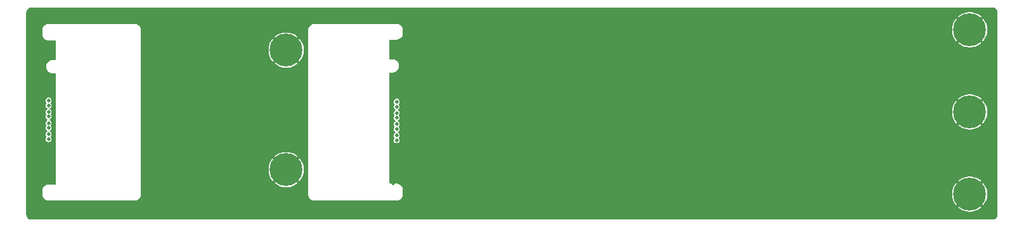
<source format=gbr>
%TF.GenerationSoftware,KiCad,Pcbnew,9.0.0*%
%TF.CreationDate,2025-04-28T22:47:42-04:00*%
%TF.ProjectId,Interposer_Board_Test_Fixture,496e7465-7270-46f7-9365-725f426f6172,rev?*%
%TF.SameCoordinates,Original*%
%TF.FileFunction,Copper,L3,Inr*%
%TF.FilePolarity,Positive*%
%FSLAX46Y46*%
G04 Gerber Fmt 4.6, Leading zero omitted, Abs format (unit mm)*
G04 Created by KiCad (PCBNEW 9.0.0) date 2025-04-28 22:47:42*
%MOMM*%
%LPD*%
G01*
G04 APERTURE LIST*
%TA.AperFunction,ComponentPad*%
%ADD10C,0.700000*%
%TD*%
%TA.AperFunction,ComponentPad*%
%ADD11C,4.400000*%
%TD*%
%TA.AperFunction,ViaPad*%
%ADD12C,0.508000*%
%TD*%
G04 APERTURE END LIST*
D10*
%TO.N,GND*%
%TO.C,H3*%
X194026100Y-94978600D03*
X194509374Y-93811874D03*
X194509374Y-96145326D03*
X195676100Y-93328600D03*
D11*
X195676100Y-94978600D03*
D10*
X195676100Y-96628600D03*
X196842826Y-93811874D03*
X196842826Y-96145326D03*
X197326100Y-94978600D03*
%TD*%
%TO.N,GND*%
%TO.C,H2*%
X102751100Y-97703600D03*
X103234374Y-96536874D03*
X103234374Y-98870326D03*
X104401100Y-96053600D03*
D11*
X104401100Y-97703600D03*
D10*
X104401100Y-99353600D03*
X105567826Y-96536874D03*
X105567826Y-98870326D03*
X106051100Y-97703600D03*
%TD*%
%TO.N,GND*%
%TO.C,H4*%
X194026100Y-116978600D03*
X194509374Y-115811874D03*
X194509374Y-118145326D03*
X195676100Y-115328600D03*
D11*
X195676100Y-116978600D03*
D10*
X195676100Y-118628600D03*
X196842826Y-115811874D03*
X196842826Y-118145326D03*
X197326100Y-116978600D03*
%TD*%
%TO.N,GND*%
%TO.C,H1*%
X194026100Y-105978600D03*
X194509374Y-104811874D03*
X194509374Y-107145326D03*
X195676100Y-104328600D03*
D11*
X195676100Y-105978600D03*
D10*
X195676100Y-107628600D03*
X196842826Y-104811874D03*
X196842826Y-107145326D03*
X197326100Y-105978600D03*
%TD*%
%TO.N,GND*%
%TO.C,H5*%
X102751100Y-113703600D03*
X103234374Y-112536874D03*
X103234374Y-114870326D03*
X104401100Y-112053600D03*
D11*
X104401100Y-113703600D03*
D10*
X104401100Y-115353600D03*
X105567826Y-112536874D03*
X105567826Y-114870326D03*
X106051100Y-113703600D03*
%TD*%
D12*
%TO.N,GND*%
X139901100Y-109203600D03*
X102401100Y-111703600D03*
X118663600Y-97678600D03*
X137901100Y-103203600D03*
X88401100Y-97703600D03*
X197901100Y-111203600D03*
X100401100Y-113703600D03*
X191901100Y-117203600D03*
X73176100Y-108528601D03*
X135901100Y-117203600D03*
X141901100Y-111203600D03*
X98401100Y-95703600D03*
X193901100Y-99203600D03*
X179901100Y-93203600D03*
X133901100Y-95203600D03*
X167901100Y-97203600D03*
X106401100Y-111703600D03*
X139901100Y-101203600D03*
X104401100Y-105703600D03*
X159901100Y-101203600D03*
X133901100Y-103203600D03*
X169901100Y-119203600D03*
X123901100Y-93203600D03*
X165901100Y-119203600D03*
X189901100Y-111203600D03*
X135901100Y-113203600D03*
X133901100Y-107203600D03*
X197901100Y-103203600D03*
X100401100Y-101703600D03*
X92401100Y-109703600D03*
X135901100Y-97203600D03*
X133901100Y-119203600D03*
X157901100Y-119203600D03*
X155901100Y-105203600D03*
X157901100Y-95203600D03*
X141901100Y-107203600D03*
X189901100Y-95203600D03*
X183901100Y-97203600D03*
X151901100Y-97203600D03*
X185901100Y-107203600D03*
X94401100Y-115703600D03*
X123901100Y-109203600D03*
X118663600Y-111678599D03*
X169901100Y-95203600D03*
X187901100Y-109203600D03*
X157901100Y-99203600D03*
X175901100Y-105203600D03*
X123901100Y-105203600D03*
X102401100Y-107703600D03*
X137901100Y-115203600D03*
X153901100Y-111203600D03*
X157901100Y-103203600D03*
X86401100Y-103703600D03*
X143901100Y-109203600D03*
X73176100Y-101028600D03*
X169901100Y-103203600D03*
X167901100Y-109203600D03*
X159901100Y-97203600D03*
X118663600Y-96678601D03*
X96401100Y-105703600D03*
X129901100Y-111203600D03*
X173901100Y-115203600D03*
X177901100Y-111203600D03*
X127901100Y-97203600D03*
X127901100Y-93203600D03*
X102401100Y-95703600D03*
X129901100Y-115203600D03*
X175901100Y-97203600D03*
X131901100Y-101203600D03*
X163901100Y-101203600D03*
X131901100Y-109203600D03*
X131901100Y-113203600D03*
X151901100Y-113203600D03*
X118663600Y-107178598D03*
X143901100Y-101203600D03*
X159901100Y-105203600D03*
X137901100Y-119203600D03*
X191901100Y-105203600D03*
X187901100Y-113203600D03*
X195901100Y-113203600D03*
X171901100Y-109203600D03*
X129901100Y-99203600D03*
X129901100Y-119203600D03*
X145901100Y-111203600D03*
X141901100Y-115203600D03*
X125901100Y-103203600D03*
X139901100Y-97203600D03*
X106401100Y-115703600D03*
X106401100Y-103703600D03*
X102401100Y-115703600D03*
X73176100Y-115353600D03*
X118663600Y-110178599D03*
X163901100Y-113203600D03*
X183901100Y-105203600D03*
X73176100Y-102528600D03*
X94401100Y-111703600D03*
X96401100Y-109703600D03*
X96401100Y-101703600D03*
X157901100Y-115203600D03*
X169901100Y-107203600D03*
X163901100Y-109203600D03*
X175901100Y-113203600D03*
X147901100Y-101203600D03*
X123901100Y-97203600D03*
X145901100Y-103203600D03*
X94401100Y-99703600D03*
X151901100Y-105203600D03*
X73176100Y-107028599D03*
X127901100Y-105203600D03*
X185901100Y-95203600D03*
X183901100Y-101203600D03*
X185901100Y-103203600D03*
X100401100Y-97703600D03*
X92401100Y-105703600D03*
X90401100Y-111703600D03*
X169901100Y-111203600D03*
X149901100Y-107203600D03*
X96401100Y-113703600D03*
X155901100Y-101203600D03*
X118663600Y-108678600D03*
X86401100Y-99703600D03*
X189901100Y-119203600D03*
X157901100Y-111203600D03*
X106401100Y-107703600D03*
X143901100Y-93203600D03*
X143901100Y-105203600D03*
X139901100Y-113203600D03*
X86401100Y-115703600D03*
X131901100Y-117203600D03*
X179901100Y-117203600D03*
X88401100Y-109703600D03*
X147901100Y-113203600D03*
X191901100Y-101203600D03*
X181901100Y-99203600D03*
X118663600Y-114678599D03*
X165901100Y-111203600D03*
X173901100Y-103203600D03*
X104401100Y-109703600D03*
X133901100Y-115203600D03*
X98401100Y-107703600D03*
X119001100Y-102678600D03*
X125901100Y-119203600D03*
X141901100Y-95203600D03*
X183901100Y-109203600D03*
X161901100Y-119203600D03*
X141901100Y-99203600D03*
X129901100Y-103203600D03*
X102401100Y-99703600D03*
X155901100Y-93203600D03*
X135901100Y-93203600D03*
X73176100Y-97028601D03*
X173901100Y-107203600D03*
X127901100Y-101203600D03*
X118663600Y-101178599D03*
X135901100Y-101203600D03*
X159901100Y-113203600D03*
X98401100Y-103703600D03*
X100401100Y-109703600D03*
X177901100Y-103203600D03*
X183901100Y-113203600D03*
X179901100Y-97203600D03*
X183901100Y-117203600D03*
X173901100Y-119203600D03*
X129901100Y-95203600D03*
X149901100Y-119203600D03*
X169901100Y-99203600D03*
X118663600Y-104178599D03*
X88401100Y-101703600D03*
X149901100Y-115203600D03*
X90401100Y-115703600D03*
X189901100Y-103203600D03*
X73176100Y-98028600D03*
X177901100Y-107203600D03*
X141901100Y-119203600D03*
X197901100Y-99203600D03*
X175901100Y-117203600D03*
X73176100Y-110028600D03*
X161901100Y-107203600D03*
X167901100Y-101203600D03*
X135901100Y-105203600D03*
X185901100Y-99203600D03*
X191901100Y-93203600D03*
X125901100Y-111203600D03*
X73176100Y-114528600D03*
X169901100Y-115203600D03*
X163901100Y-105203600D03*
X179901100Y-113203600D03*
X189901100Y-115203600D03*
X161901100Y-115203600D03*
X155901100Y-117203600D03*
X131901100Y-93203600D03*
X179901100Y-109203600D03*
X102401100Y-103703600D03*
X187901100Y-117203600D03*
X185901100Y-115203600D03*
X133901100Y-99203600D03*
X165901100Y-103203600D03*
X153901100Y-115203600D03*
X73176100Y-111528600D03*
X181901100Y-103203600D03*
X187901100Y-97203600D03*
X153901100Y-103203600D03*
X179901100Y-105203600D03*
X151901100Y-117203600D03*
X171901100Y-113203600D03*
X165901100Y-95203600D03*
X163901100Y-117203600D03*
X171901100Y-93203600D03*
X195901100Y-101203600D03*
X127901100Y-117203600D03*
X137901100Y-99203600D03*
X151901100Y-109203600D03*
X123901100Y-113203600D03*
X191901100Y-113203600D03*
X86401100Y-107703600D03*
X145901100Y-95203600D03*
X92401100Y-101703600D03*
X167901100Y-105203600D03*
X177901100Y-119203600D03*
X137901100Y-111203600D03*
X147901100Y-93203600D03*
X125901100Y-107203600D03*
X143901100Y-117203600D03*
X161901100Y-95203600D03*
X137901100Y-95203600D03*
X92401100Y-113703600D03*
X181901100Y-107203600D03*
X135901100Y-109203600D03*
X94401100Y-107703600D03*
X163901100Y-97203600D03*
X149901100Y-95203600D03*
X191901100Y-109203600D03*
X145901100Y-99203600D03*
X173901100Y-99203600D03*
X175901100Y-101203600D03*
X177901100Y-99203600D03*
X131901100Y-105203600D03*
X86401100Y-95703600D03*
X155901100Y-97203600D03*
X147901100Y-97203600D03*
X179901100Y-101203600D03*
X139901100Y-117203600D03*
X167901100Y-117203600D03*
X104401100Y-101703600D03*
X175901100Y-93203600D03*
X143901100Y-113203600D03*
X187901100Y-93203600D03*
X139901100Y-93203600D03*
X118663600Y-115503599D03*
X159901100Y-109203600D03*
X151901100Y-93203600D03*
X125901100Y-95203600D03*
X171901100Y-105203600D03*
X167901100Y-113203600D03*
X151901100Y-101203600D03*
X161901100Y-103203600D03*
X153901100Y-119203600D03*
X137901100Y-107203600D03*
X155901100Y-113203600D03*
X153901100Y-107203600D03*
X90401100Y-99703600D03*
X73176100Y-105528600D03*
X177901100Y-95203600D03*
X175901100Y-109203600D03*
X139901100Y-105203600D03*
X73176100Y-113028600D03*
X163901100Y-93203600D03*
X145901100Y-115203600D03*
X161901100Y-99203600D03*
X189901100Y-99203600D03*
X98401100Y-115703600D03*
X143901100Y-97203600D03*
X187901100Y-105203600D03*
X181901100Y-115203600D03*
X191901100Y-97203600D03*
X131901100Y-97203600D03*
X96401100Y-97703600D03*
X149901100Y-103203600D03*
X185901100Y-119203600D03*
X145901100Y-119203600D03*
X147901100Y-109203600D03*
X189901100Y-107203600D03*
X165901100Y-115203600D03*
X147901100Y-117203600D03*
X185901100Y-111203600D03*
X98401100Y-111703600D03*
X141901100Y-103203600D03*
X147901100Y-105203600D03*
X149901100Y-111203600D03*
X127901100Y-113203600D03*
X195901100Y-109203600D03*
X98401100Y-99703600D03*
X187901100Y-101203600D03*
X167901100Y-93203600D03*
X129901100Y-107203600D03*
X125901100Y-115203600D03*
X125901100Y-99203600D03*
X155901100Y-109203600D03*
X73176100Y-104028600D03*
X157901100Y-107203600D03*
X86401100Y-111703600D03*
X88401100Y-113703600D03*
X94401100Y-103703600D03*
X90401100Y-107703600D03*
X173901100Y-111203600D03*
X118663600Y-113178599D03*
X92401100Y-97703600D03*
X153901100Y-99203600D03*
X159901100Y-117203600D03*
X181901100Y-111203600D03*
X161901100Y-111203600D03*
X193901100Y-111203600D03*
X88401100Y-105703600D03*
X165901100Y-107203600D03*
X100401100Y-105703600D03*
X159901100Y-93203600D03*
X153901100Y-95203600D03*
X183901100Y-93203600D03*
X145901100Y-107203600D03*
X165901100Y-99203600D03*
X94401100Y-95703600D03*
X127901100Y-109203600D03*
X173901100Y-95203600D03*
X118663600Y-105678599D03*
X149901100Y-99203600D03*
X90401100Y-103703600D03*
X181901100Y-119203600D03*
X171901100Y-117203600D03*
X171901100Y-97203600D03*
X106401100Y-95703600D03*
X123901100Y-101203600D03*
X133901100Y-111203600D03*
X90401100Y-95703600D03*
X123901100Y-117203600D03*
X193901100Y-103203600D03*
X171901100Y-101203600D03*
X181901100Y-95203600D03*
X106401100Y-99703600D03*
X177901100Y-115203600D03*
%TO.N,/RX1_P*%
X119163600Y-106104748D03*
X72676100Y-105954749D03*
%TO.N,/RX2_P*%
X72676100Y-108954750D03*
X119163600Y-109104749D03*
%TO.N,/TX0_P*%
X72676100Y-104454750D03*
X119163600Y-104604749D03*
%TO.N,/TX1_N*%
X119163600Y-108252450D03*
X72676100Y-108102451D03*
%TO.N,/TX0_N*%
X119163600Y-105252449D03*
X72676100Y-105102450D03*
%TO.N,/TX1_P*%
X72676100Y-107454751D03*
X119163600Y-107604750D03*
%TO.N,/RX1_N*%
X72676100Y-106602449D03*
X119163600Y-106752448D03*
%TO.N,/RX2_N*%
X72676100Y-109602450D03*
X119163600Y-109752449D03*
%TD*%
%TA.AperFunction,Conductor*%
%TO.N,GND*%
G36*
X198704775Y-91979462D02*
G01*
X198830197Y-91991815D01*
X198844653Y-91994690D01*
X198961701Y-92030196D01*
X198975311Y-92035833D01*
X199083200Y-92093501D01*
X199095439Y-92101679D01*
X199189999Y-92179283D01*
X199200416Y-92189700D01*
X199278018Y-92284258D01*
X199286199Y-92296501D01*
X199343863Y-92404383D01*
X199349503Y-92417999D01*
X199385008Y-92535045D01*
X199387884Y-92549502D01*
X199400238Y-92674923D01*
X199400600Y-92682295D01*
X199400600Y-119699904D01*
X199400238Y-119707275D01*
X199400238Y-119707276D01*
X199387884Y-119832697D01*
X199385008Y-119847154D01*
X199349503Y-119964200D01*
X199343861Y-119977820D01*
X199286202Y-120085693D01*
X199278014Y-120097947D01*
X199200419Y-120192496D01*
X199189996Y-120202919D01*
X199095447Y-120280514D01*
X199083193Y-120288702D01*
X198978277Y-120344781D01*
X198975320Y-120346362D01*
X198961700Y-120352003D01*
X198844654Y-120387508D01*
X198830197Y-120390384D01*
X198713782Y-120401850D01*
X198704774Y-120402738D01*
X198697404Y-120403100D01*
X70404796Y-120403100D01*
X70397425Y-120402738D01*
X70272003Y-120390384D01*
X70257545Y-120387508D01*
X70140499Y-120352003D01*
X70126883Y-120346363D01*
X70019001Y-120288699D01*
X70006758Y-120280518D01*
X69912200Y-120202916D01*
X69901783Y-120192499D01*
X69824179Y-120097939D01*
X69816001Y-120085700D01*
X69758333Y-119977811D01*
X69752696Y-119964200D01*
X69717191Y-119847154D01*
X69714315Y-119832696D01*
X69701962Y-119707275D01*
X69701600Y-119699904D01*
X69701600Y-116997452D01*
X71875599Y-116997452D01*
X71875599Y-117107443D01*
X71901208Y-117236184D01*
X71906362Y-117262097D01*
X71966705Y-117407779D01*
X72054310Y-117538889D01*
X72054311Y-117538890D01*
X72054312Y-117538891D01*
X72054314Y-117538894D01*
X72165805Y-117650385D01*
X72165808Y-117650387D01*
X72165811Y-117650390D01*
X72296921Y-117737995D01*
X72442603Y-117798338D01*
X72535730Y-117816862D01*
X72597256Y-117829101D01*
X72597258Y-117829101D01*
X72754822Y-117829101D01*
X72754845Y-117829100D01*
X84254943Y-117829100D01*
X84312589Y-117817633D01*
X84409596Y-117798337D01*
X84555278Y-117737994D01*
X84686388Y-117650389D01*
X84797888Y-117538889D01*
X84885493Y-117407779D01*
X84945837Y-117262097D01*
X84971560Y-117132781D01*
X84976600Y-117107443D01*
X84976600Y-113549418D01*
X102048700Y-113549418D01*
X102048700Y-113857781D01*
X102088952Y-114163518D01*
X102088952Y-114163519D01*
X102168760Y-114461373D01*
X102286770Y-114746273D01*
X102440955Y-115013329D01*
X102615895Y-115241315D01*
X103509441Y-114347769D01*
X103562067Y-114420202D01*
X103684498Y-114542633D01*
X103756929Y-114595257D01*
X102863383Y-115488803D01*
X103091370Y-115663744D01*
X103358426Y-115817929D01*
X103643326Y-115935939D01*
X103941180Y-116015747D01*
X104246919Y-116056000D01*
X104555281Y-116056000D01*
X104861018Y-116015747D01*
X104861019Y-116015747D01*
X105158873Y-115935939D01*
X105443773Y-115817929D01*
X105710829Y-115663744D01*
X105938815Y-115488803D01*
X105045270Y-114595257D01*
X105117702Y-114542633D01*
X105240133Y-114420202D01*
X105292757Y-114347769D01*
X106186303Y-115241315D01*
X106361244Y-115013329D01*
X106515429Y-114746273D01*
X106633439Y-114461373D01*
X106713247Y-114163519D01*
X106713247Y-114163518D01*
X106753500Y-113857781D01*
X106753500Y-113549418D01*
X106713247Y-113243681D01*
X106713247Y-113243680D01*
X106633439Y-112945826D01*
X106515429Y-112660926D01*
X106361244Y-112393870D01*
X106186303Y-112165883D01*
X105292757Y-113059429D01*
X105240133Y-112986998D01*
X105117702Y-112864567D01*
X105045269Y-112811942D01*
X105938815Y-111918395D01*
X105710829Y-111743455D01*
X105443773Y-111589270D01*
X105158873Y-111471260D01*
X104861019Y-111391452D01*
X104555281Y-111351200D01*
X104246919Y-111351200D01*
X103941181Y-111391452D01*
X103941180Y-111391452D01*
X103643326Y-111471260D01*
X103358426Y-111589270D01*
X103091370Y-111743455D01*
X102863383Y-111918395D01*
X103756929Y-112811942D01*
X103684498Y-112864567D01*
X103562067Y-112986998D01*
X103509442Y-113059429D01*
X102615895Y-112165883D01*
X102440955Y-112393870D01*
X102286770Y-112660926D01*
X102168760Y-112945826D01*
X102088952Y-113243680D01*
X102088952Y-113243681D01*
X102048700Y-113549418D01*
X84976600Y-113549418D01*
X84976600Y-111947477D01*
X84976601Y-105947691D01*
X84976601Y-97549418D01*
X102048700Y-97549418D01*
X102048700Y-97857781D01*
X102088952Y-98163518D01*
X102088952Y-98163519D01*
X102168760Y-98461373D01*
X102286770Y-98746273D01*
X102440955Y-99013329D01*
X102615895Y-99241315D01*
X103509441Y-98347769D01*
X103562067Y-98420202D01*
X103684498Y-98542633D01*
X103756929Y-98595257D01*
X102863383Y-99488803D01*
X103091370Y-99663744D01*
X103358426Y-99817929D01*
X103643326Y-99935939D01*
X103941180Y-100015747D01*
X104246919Y-100056000D01*
X104555281Y-100056000D01*
X104861018Y-100015747D01*
X104861019Y-100015747D01*
X105158873Y-99935939D01*
X105443773Y-99817929D01*
X105710829Y-99663744D01*
X105938815Y-99488803D01*
X105045270Y-98595257D01*
X105117702Y-98542633D01*
X105240133Y-98420202D01*
X105292757Y-98347769D01*
X106186303Y-99241315D01*
X106361244Y-99013329D01*
X106515429Y-98746273D01*
X106633439Y-98461373D01*
X106713247Y-98163519D01*
X106713247Y-98163518D01*
X106753500Y-97857781D01*
X106753500Y-97549418D01*
X106713247Y-97243681D01*
X106713247Y-97243680D01*
X106633439Y-96945826D01*
X106515429Y-96660926D01*
X106361244Y-96393870D01*
X106186303Y-96165883D01*
X105292757Y-97059429D01*
X105240133Y-96986998D01*
X105117702Y-96864567D01*
X105045269Y-96811942D01*
X105938815Y-95918395D01*
X105710829Y-95743455D01*
X105443773Y-95589270D01*
X105158873Y-95471260D01*
X104861019Y-95391452D01*
X104555281Y-95351200D01*
X104246919Y-95351200D01*
X103941181Y-95391452D01*
X103941180Y-95391452D01*
X103643326Y-95471260D01*
X103358426Y-95589270D01*
X103091370Y-95743455D01*
X102863383Y-95918395D01*
X103756929Y-96811942D01*
X103684498Y-96864567D01*
X103562067Y-96986998D01*
X103509442Y-97059429D01*
X102615895Y-96165883D01*
X102440955Y-96393870D01*
X102286770Y-96660926D01*
X102168760Y-96945826D01*
X102088952Y-97243680D01*
X102088952Y-97243681D01*
X102048700Y-97549418D01*
X84976601Y-97549418D01*
X84976601Y-94939038D01*
X84976601Y-94934436D01*
X84976600Y-94934418D01*
X84976600Y-94899756D01*
X84976600Y-94899755D01*
X107375599Y-94899755D01*
X107375599Y-117074217D01*
X107375601Y-117074230D01*
X107375601Y-117107443D01*
X107401210Y-117236184D01*
X107406364Y-117262097D01*
X107466707Y-117407779D01*
X107554312Y-117538889D01*
X107665813Y-117650389D01*
X107796923Y-117737993D01*
X107942604Y-117798336D01*
X108035397Y-117816793D01*
X108097257Y-117829099D01*
X108097259Y-117829099D01*
X108131919Y-117829099D01*
X108131935Y-117829100D01*
X108136538Y-117829100D01*
X119116002Y-117829100D01*
X119116005Y-117829101D01*
X119163600Y-117829101D01*
X119163600Y-117829100D01*
X119242442Y-117829100D01*
X119242444Y-117829100D01*
X119300090Y-117817633D01*
X119397097Y-117798337D01*
X119542778Y-117737994D01*
X119673888Y-117650389D01*
X119785388Y-117538890D01*
X119872993Y-117407780D01*
X119933337Y-117262098D01*
X119964100Y-117107444D01*
X119964100Y-117028602D01*
X119964100Y-116981007D01*
X119964100Y-116981006D01*
X119964100Y-116824418D01*
X193323700Y-116824418D01*
X193323700Y-117132781D01*
X193363952Y-117438518D01*
X193363952Y-117438519D01*
X193443760Y-117736373D01*
X193561770Y-118021273D01*
X193715955Y-118288329D01*
X193890895Y-118516315D01*
X194784441Y-117622769D01*
X194837067Y-117695202D01*
X194959498Y-117817633D01*
X195031929Y-117870257D01*
X194138383Y-118763803D01*
X194366370Y-118938744D01*
X194633426Y-119092929D01*
X194918326Y-119210939D01*
X195216180Y-119290747D01*
X195521919Y-119331000D01*
X195830281Y-119331000D01*
X196136018Y-119290747D01*
X196136019Y-119290747D01*
X196433873Y-119210939D01*
X196718773Y-119092929D01*
X196985829Y-118938744D01*
X197213815Y-118763803D01*
X196320270Y-117870257D01*
X196392702Y-117817633D01*
X196515133Y-117695202D01*
X196567757Y-117622769D01*
X197461303Y-118516315D01*
X197636244Y-118288329D01*
X197790429Y-118021273D01*
X197908439Y-117736373D01*
X197988247Y-117438519D01*
X197988247Y-117438518D01*
X198028500Y-117132781D01*
X198028500Y-116824418D01*
X197988247Y-116518681D01*
X197988247Y-116518680D01*
X197908439Y-116220826D01*
X197790429Y-115935926D01*
X197636244Y-115668870D01*
X197461303Y-115440883D01*
X196567757Y-116334429D01*
X196515133Y-116261998D01*
X196392702Y-116139567D01*
X196320269Y-116086942D01*
X197213815Y-115193395D01*
X196985829Y-115018455D01*
X196718773Y-114864270D01*
X196433873Y-114746260D01*
X196136019Y-114666452D01*
X195830281Y-114626200D01*
X195521919Y-114626200D01*
X195216181Y-114666452D01*
X195216180Y-114666452D01*
X194918326Y-114746260D01*
X194633426Y-114864270D01*
X194366370Y-115018455D01*
X194138383Y-115193395D01*
X195031929Y-116086942D01*
X194959498Y-116139567D01*
X194837067Y-116261998D01*
X194784442Y-116334429D01*
X193890895Y-115440883D01*
X193715955Y-115668870D01*
X193561770Y-115935926D01*
X193443760Y-116220826D01*
X193363952Y-116518680D01*
X193363952Y-116518681D01*
X193323700Y-116824418D01*
X119964100Y-116824418D01*
X119964100Y-116689037D01*
X119964100Y-116339038D01*
X119964100Y-116299758D01*
X119933337Y-116145103D01*
X119872994Y-115999421D01*
X119785389Y-115868311D01*
X119785386Y-115868308D01*
X119785384Y-115868305D01*
X119673894Y-115756815D01*
X119673891Y-115756813D01*
X119673889Y-115756811D01*
X119542779Y-115669206D01*
X119541968Y-115668870D01*
X119397100Y-115608864D01*
X119397098Y-115608863D01*
X119242444Y-115578100D01*
X119242442Y-115578100D01*
X119203162Y-115578100D01*
X118251300Y-115578100D01*
X118202962Y-115560507D01*
X118177242Y-115515958D01*
X118176100Y-115502900D01*
X118176100Y-104551180D01*
X118756700Y-104551180D01*
X118756700Y-104658318D01*
X118774681Y-104725424D01*
X118784430Y-104761807D01*
X118824826Y-104831774D01*
X118837998Y-104854590D01*
X118838002Y-104854595D01*
X118858832Y-104875425D01*
X118880572Y-104922045D01*
X118867258Y-104971732D01*
X118858832Y-104981773D01*
X118838002Y-105002602D01*
X118837998Y-105002608D01*
X118784430Y-105095390D01*
X118772593Y-105139567D01*
X118756700Y-105198880D01*
X118756700Y-105306018D01*
X118775186Y-105375010D01*
X118784430Y-105409507D01*
X118837998Y-105502289D01*
X118838002Y-105502295D01*
X118913753Y-105578046D01*
X118913756Y-105578048D01*
X118913758Y-105578050D01*
X118975111Y-105613472D01*
X118975113Y-105613473D01*
X119008178Y-105652878D01*
X119008178Y-105704318D01*
X118975113Y-105743723D01*
X118913759Y-105779145D01*
X118913753Y-105779150D01*
X118838002Y-105854901D01*
X118837998Y-105854907D01*
X118784430Y-105947689D01*
X118776148Y-105978599D01*
X118756700Y-106051179D01*
X118756700Y-106158317D01*
X118775186Y-106227309D01*
X118784430Y-106261806D01*
X118824826Y-106331773D01*
X118837998Y-106354589D01*
X118838002Y-106354594D01*
X118858832Y-106375424D01*
X118880572Y-106422044D01*
X118867258Y-106471731D01*
X118858832Y-106481772D01*
X118838002Y-106502601D01*
X118837998Y-106502607D01*
X118784430Y-106595389D01*
X118768185Y-106656016D01*
X118756700Y-106698879D01*
X118756700Y-106806017D01*
X118775186Y-106875009D01*
X118784430Y-106909506D01*
X118837998Y-107002288D01*
X118838002Y-107002294D01*
X118913753Y-107078045D01*
X118913756Y-107078047D01*
X118913758Y-107078049D01*
X118939225Y-107092752D01*
X118975115Y-107113474D01*
X119008180Y-107152879D01*
X119008180Y-107204319D01*
X118975115Y-107243724D01*
X118913759Y-107279148D01*
X118913753Y-107279152D01*
X118838002Y-107354903D01*
X118837998Y-107354909D01*
X118784430Y-107447691D01*
X118768185Y-107508318D01*
X118756700Y-107551181D01*
X118756700Y-107658319D01*
X118771957Y-107715257D01*
X118784430Y-107761808D01*
X118824826Y-107831775D01*
X118837998Y-107854591D01*
X118838002Y-107854596D01*
X118858832Y-107875426D01*
X118880572Y-107922046D01*
X118867258Y-107971733D01*
X118858832Y-107981774D01*
X118838002Y-108002603D01*
X118837998Y-108002609D01*
X118784430Y-108095391D01*
X118768185Y-108156018D01*
X118756700Y-108198881D01*
X118756700Y-108306019D01*
X118775186Y-108375011D01*
X118784430Y-108409508D01*
X118837998Y-108502290D01*
X118838002Y-108502296D01*
X118913753Y-108578047D01*
X118913756Y-108578049D01*
X118913758Y-108578051D01*
X118975111Y-108613473D01*
X118975113Y-108613474D01*
X119008178Y-108652879D01*
X119008178Y-108704319D01*
X118975113Y-108743724D01*
X118913759Y-108779146D01*
X118913753Y-108779151D01*
X118838002Y-108854902D01*
X118837998Y-108854908D01*
X118784430Y-108947690D01*
X118768185Y-109008317D01*
X118756700Y-109051180D01*
X118756700Y-109158318D01*
X118774681Y-109225424D01*
X118784430Y-109261807D01*
X118824826Y-109331774D01*
X118837998Y-109354590D01*
X118838002Y-109354595D01*
X118858832Y-109375425D01*
X118880572Y-109422045D01*
X118867258Y-109471732D01*
X118858832Y-109481773D01*
X118838002Y-109502602D01*
X118837998Y-109502608D01*
X118784430Y-109595390D01*
X118768185Y-109656017D01*
X118756700Y-109698880D01*
X118756700Y-109806018D01*
X118775186Y-109875010D01*
X118784430Y-109909507D01*
X118837998Y-110002289D01*
X118838002Y-110002295D01*
X118913753Y-110078046D01*
X118913756Y-110078048D01*
X118913758Y-110078050D01*
X119006543Y-110131619D01*
X119110031Y-110159349D01*
X119110033Y-110159349D01*
X119217167Y-110159349D01*
X119217169Y-110159349D01*
X119320657Y-110131619D01*
X119413442Y-110078050D01*
X119489201Y-110002291D01*
X119542770Y-109909506D01*
X119570500Y-109806018D01*
X119570500Y-109698880D01*
X119542770Y-109595392D01*
X119489201Y-109502607D01*
X119468367Y-109481773D01*
X119446627Y-109435155D01*
X119459940Y-109385467D01*
X119468362Y-109375429D01*
X119489201Y-109354591D01*
X119542770Y-109261806D01*
X119570500Y-109158318D01*
X119570500Y-109051180D01*
X119542770Y-108947692D01*
X119489201Y-108854907D01*
X119489199Y-108854905D01*
X119489197Y-108854902D01*
X119413446Y-108779151D01*
X119413440Y-108779147D01*
X119413438Y-108779146D01*
X119396046Y-108769104D01*
X119352086Y-108743724D01*
X119319021Y-108704319D01*
X119319021Y-108652879D01*
X119352085Y-108613475D01*
X119413442Y-108578051D01*
X119489201Y-108502292D01*
X119542770Y-108409507D01*
X119570500Y-108306019D01*
X119570500Y-108198881D01*
X119542770Y-108095393D01*
X119541347Y-108092929D01*
X119531449Y-108075784D01*
X119489201Y-108002608D01*
X119468367Y-107981774D01*
X119446627Y-107935156D01*
X119459940Y-107885468D01*
X119468362Y-107875430D01*
X119489201Y-107854592D01*
X119542770Y-107761807D01*
X119570500Y-107658319D01*
X119570500Y-107551181D01*
X119542770Y-107447693D01*
X119489201Y-107354908D01*
X119489199Y-107354906D01*
X119489197Y-107354903D01*
X119413446Y-107279152D01*
X119413440Y-107279148D01*
X119352084Y-107243724D01*
X119319019Y-107204319D01*
X119319019Y-107152879D01*
X119352084Y-107113474D01*
X119362506Y-107107456D01*
X119413442Y-107078049D01*
X119489201Y-107002290D01*
X119542770Y-106909505D01*
X119570500Y-106806017D01*
X119570500Y-106698879D01*
X119542770Y-106595391D01*
X119489201Y-106502606D01*
X119468367Y-106481772D01*
X119446627Y-106435154D01*
X119459940Y-106385466D01*
X119468362Y-106375428D01*
X119489201Y-106354590D01*
X119542770Y-106261805D01*
X119570500Y-106158317D01*
X119570500Y-106051179D01*
X119542770Y-105947691D01*
X119515917Y-105901180D01*
X119491885Y-105859554D01*
X119490641Y-105857401D01*
X119489201Y-105854906D01*
X119489199Y-105854904D01*
X119489197Y-105854901D01*
X119458714Y-105824418D01*
X193323700Y-105824418D01*
X193323700Y-106132781D01*
X193363952Y-106438518D01*
X193363952Y-106438519D01*
X193443760Y-106736373D01*
X193561770Y-107021273D01*
X193715955Y-107288329D01*
X193890895Y-107516315D01*
X194784441Y-106622769D01*
X194837067Y-106695202D01*
X194959498Y-106817633D01*
X195031929Y-106870257D01*
X194138383Y-107763803D01*
X194366370Y-107938744D01*
X194633426Y-108092929D01*
X194918326Y-108210939D01*
X195216180Y-108290747D01*
X195521919Y-108331000D01*
X195830281Y-108331000D01*
X196136018Y-108290747D01*
X196136019Y-108290747D01*
X196433873Y-108210939D01*
X196718773Y-108092929D01*
X196985829Y-107938744D01*
X197213815Y-107763803D01*
X196320270Y-106870257D01*
X196392702Y-106817633D01*
X196515133Y-106695202D01*
X196567757Y-106622769D01*
X197461303Y-107516315D01*
X197636244Y-107288329D01*
X197790429Y-107021273D01*
X197908439Y-106736373D01*
X197988247Y-106438519D01*
X197988247Y-106438518D01*
X198028500Y-106132781D01*
X198028500Y-105824418D01*
X197988247Y-105518681D01*
X197988247Y-105518680D01*
X197908439Y-105220826D01*
X197790429Y-104935926D01*
X197636244Y-104668870D01*
X197461303Y-104440883D01*
X196567757Y-105334429D01*
X196515133Y-105261998D01*
X196392702Y-105139567D01*
X196320269Y-105086942D01*
X197213815Y-104193395D01*
X196985829Y-104018455D01*
X196718773Y-103864270D01*
X196433873Y-103746260D01*
X196136019Y-103666452D01*
X195830281Y-103626200D01*
X195521919Y-103626200D01*
X195216181Y-103666452D01*
X195216180Y-103666452D01*
X194918326Y-103746260D01*
X194633426Y-103864270D01*
X194366370Y-104018455D01*
X194138383Y-104193395D01*
X195031929Y-105086942D01*
X194959498Y-105139567D01*
X194837067Y-105261998D01*
X194784442Y-105334429D01*
X193890895Y-104440883D01*
X193715955Y-104668870D01*
X193561770Y-104935926D01*
X193443760Y-105220826D01*
X193363952Y-105518680D01*
X193363952Y-105518681D01*
X193323700Y-105824418D01*
X119458714Y-105824418D01*
X119413446Y-105779150D01*
X119413440Y-105779146D01*
X119413438Y-105779145D01*
X119396046Y-105769103D01*
X119352086Y-105743723D01*
X119319021Y-105704318D01*
X119319021Y-105652878D01*
X119352085Y-105613474D01*
X119413442Y-105578050D01*
X119489201Y-105502291D01*
X119542770Y-105409506D01*
X119570500Y-105306018D01*
X119570500Y-105198880D01*
X119542770Y-105095392D01*
X119489201Y-105002607D01*
X119468367Y-104981773D01*
X119446627Y-104935155D01*
X119459940Y-104885467D01*
X119468362Y-104875429D01*
X119489201Y-104854591D01*
X119542770Y-104761806D01*
X119570500Y-104658318D01*
X119570500Y-104551180D01*
X119542770Y-104447692D01*
X119489201Y-104354907D01*
X119489199Y-104354905D01*
X119489197Y-104354902D01*
X119413444Y-104279149D01*
X119320658Y-104225579D01*
X119286161Y-104216335D01*
X119217169Y-104197849D01*
X119110031Y-104197849D01*
X119058287Y-104211714D01*
X119006541Y-104225579D01*
X118913759Y-104279147D01*
X118913753Y-104279151D01*
X118838002Y-104354902D01*
X118837998Y-104354908D01*
X118784430Y-104447690D01*
X118768185Y-104508317D01*
X118756700Y-104551180D01*
X118176100Y-104551180D01*
X118176100Y-100779300D01*
X118193693Y-100730962D01*
X118238242Y-100705242D01*
X118251300Y-100704100D01*
X118652293Y-100704100D01*
X118701806Y-100694250D01*
X118826266Y-100669494D01*
X118990147Y-100601613D01*
X119137635Y-100503064D01*
X119263064Y-100377635D01*
X119272150Y-100364038D01*
X119302183Y-100319089D01*
X119361613Y-100230147D01*
X119429494Y-100066266D01*
X119458358Y-99921156D01*
X119464100Y-99892292D01*
X119464100Y-99714907D01*
X119449385Y-99640933D01*
X119429494Y-99540934D01*
X119361613Y-99377053D01*
X119338968Y-99343162D01*
X119263067Y-99229568D01*
X119263059Y-99229559D01*
X119137640Y-99104140D01*
X119137631Y-99104132D01*
X118990149Y-99005588D01*
X118984142Y-99003100D01*
X118826266Y-98937706D01*
X118826267Y-98937706D01*
X118652293Y-98903100D01*
X118652291Y-98903100D01*
X118603162Y-98903100D01*
X118251300Y-98903100D01*
X118202962Y-98885507D01*
X118177242Y-98840958D01*
X118176100Y-98827900D01*
X118176100Y-96354300D01*
X118193693Y-96305962D01*
X118238242Y-96280242D01*
X118251300Y-96279100D01*
X119242444Y-96279100D01*
X119293761Y-96268891D01*
X119397097Y-96248337D01*
X119542779Y-96187994D01*
X119673889Y-96100389D01*
X119785389Y-95988889D01*
X119872994Y-95857779D01*
X119933337Y-95712097D01*
X119964100Y-95557442D01*
X119964100Y-95478600D01*
X119964100Y-95431005D01*
X119964100Y-95089038D01*
X119964100Y-95009751D01*
X119964102Y-95009745D01*
X119964102Y-94899755D01*
X119951544Y-94836625D01*
X119949116Y-94824418D01*
X193323700Y-94824418D01*
X193323700Y-95132781D01*
X193363952Y-95438518D01*
X193363952Y-95438519D01*
X193443760Y-95736373D01*
X193561770Y-96021273D01*
X193715955Y-96288329D01*
X193890895Y-96516315D01*
X194784441Y-95622769D01*
X194837067Y-95695202D01*
X194959498Y-95817633D01*
X195031929Y-95870257D01*
X194138383Y-96763803D01*
X194366370Y-96938744D01*
X194633426Y-97092929D01*
X194918326Y-97210939D01*
X195216180Y-97290747D01*
X195521919Y-97331000D01*
X195830281Y-97331000D01*
X196136018Y-97290747D01*
X196136019Y-97290747D01*
X196433873Y-97210939D01*
X196718773Y-97092929D01*
X196985829Y-96938744D01*
X197213815Y-96763803D01*
X196320270Y-95870257D01*
X196392702Y-95817633D01*
X196515133Y-95695202D01*
X196567757Y-95622769D01*
X197461303Y-96516315D01*
X197636244Y-96288329D01*
X197790429Y-96021273D01*
X197908439Y-95736373D01*
X197988247Y-95438519D01*
X197988247Y-95438518D01*
X198028500Y-95132781D01*
X198028500Y-94824418D01*
X197988247Y-94518681D01*
X197988247Y-94518680D01*
X197908439Y-94220826D01*
X197790429Y-93935926D01*
X197636244Y-93668870D01*
X197461303Y-93440883D01*
X196567757Y-94334429D01*
X196515133Y-94261998D01*
X196392702Y-94139567D01*
X196320269Y-94086942D01*
X197213815Y-93193395D01*
X196985829Y-93018455D01*
X196718773Y-92864270D01*
X196433873Y-92746260D01*
X196136019Y-92666452D01*
X195830281Y-92626200D01*
X195521919Y-92626200D01*
X195216181Y-92666452D01*
X195216180Y-92666452D01*
X194918326Y-92746260D01*
X194633426Y-92864270D01*
X194366370Y-93018455D01*
X194138383Y-93193395D01*
X195031929Y-94086942D01*
X194959498Y-94139567D01*
X194837067Y-94261998D01*
X194784442Y-94334429D01*
X193890895Y-93440883D01*
X193715955Y-93668870D01*
X193561770Y-93935926D01*
X193443760Y-94220826D01*
X193363952Y-94518680D01*
X193363952Y-94518681D01*
X193323700Y-94824418D01*
X119949116Y-94824418D01*
X119947680Y-94817199D01*
X119933339Y-94745102D01*
X119872995Y-94599420D01*
X119785390Y-94468310D01*
X119785387Y-94468307D01*
X119785385Y-94468304D01*
X119673895Y-94356814D01*
X119673892Y-94356812D01*
X119673891Y-94356811D01*
X119673890Y-94356810D01*
X119542780Y-94269205D01*
X119397098Y-94208861D01*
X119397095Y-94208860D01*
X119397094Y-94208860D01*
X119242445Y-94178098D01*
X119242443Y-94178098D01*
X119163600Y-94178098D01*
X119116005Y-94178098D01*
X119116004Y-94178098D01*
X108176102Y-94178099D01*
X108097257Y-94178099D01*
X107942602Y-94208862D01*
X107942600Y-94208863D01*
X107796923Y-94269204D01*
X107665805Y-94356814D01*
X107554315Y-94468304D01*
X107554313Y-94468307D01*
X107466705Y-94599421D01*
X107406362Y-94745102D01*
X107406361Y-94745105D01*
X107375599Y-94899755D01*
X84976600Y-94899755D01*
X84960178Y-94817199D01*
X84945837Y-94745103D01*
X84885493Y-94599421D01*
X84797888Y-94468311D01*
X84797884Y-94468307D01*
X84797883Y-94468305D01*
X84686393Y-94356815D01*
X84686390Y-94356813D01*
X84686389Y-94356812D01*
X84686388Y-94356811D01*
X84555278Y-94269206D01*
X84555276Y-94269205D01*
X84409599Y-94208864D01*
X84409597Y-94208863D01*
X84254943Y-94178100D01*
X84254941Y-94178100D01*
X84215662Y-94178100D01*
X72723695Y-94178099D01*
X72676100Y-94178099D01*
X72636538Y-94178099D01*
X72631935Y-94178099D01*
X72631919Y-94178100D01*
X72597256Y-94178100D01*
X72442601Y-94208863D01*
X72442599Y-94208864D01*
X72296922Y-94269205D01*
X72165808Y-94356813D01*
X72165805Y-94356815D01*
X72054315Y-94468305D01*
X72054313Y-94468308D01*
X71966705Y-94599422D01*
X71906364Y-94745099D01*
X71906363Y-94745101D01*
X71875600Y-94899756D01*
X71875600Y-95657443D01*
X71906363Y-95812098D01*
X71906364Y-95812100D01*
X71952074Y-95922454D01*
X71966706Y-95957779D01*
X72054311Y-96088889D01*
X72054313Y-96088891D01*
X72054315Y-96088894D01*
X72165805Y-96200384D01*
X72165808Y-96200386D01*
X72165811Y-96200389D01*
X72296921Y-96287994D01*
X72442603Y-96348337D01*
X72535730Y-96366861D01*
X72597256Y-96379100D01*
X72597258Y-96379100D01*
X72636538Y-96379100D01*
X73588400Y-96379100D01*
X73636738Y-96396693D01*
X73662458Y-96441242D01*
X73663600Y-96454300D01*
X73663600Y-98927900D01*
X73646007Y-98976238D01*
X73601458Y-99001958D01*
X73588400Y-99003100D01*
X73187407Y-99003100D01*
X73013433Y-99037706D01*
X72849550Y-99105588D01*
X72702068Y-99204132D01*
X72702059Y-99204140D01*
X72576640Y-99329559D01*
X72576632Y-99329568D01*
X72478088Y-99477050D01*
X72410206Y-99640933D01*
X72375600Y-99814907D01*
X72375600Y-99992292D01*
X72410206Y-100166266D01*
X72478088Y-100330149D01*
X72576632Y-100477631D01*
X72576640Y-100477640D01*
X72702059Y-100603059D01*
X72702068Y-100603067D01*
X72849550Y-100701611D01*
X72849553Y-100701613D01*
X73013434Y-100769494D01*
X73118195Y-100790332D01*
X73187407Y-100804100D01*
X73187409Y-100804100D01*
X73236538Y-100804100D01*
X73588400Y-100804100D01*
X73636738Y-100821693D01*
X73662458Y-100866242D01*
X73663600Y-100879300D01*
X73663600Y-115602900D01*
X73646007Y-115651238D01*
X73601458Y-115676958D01*
X73588400Y-115678100D01*
X72597256Y-115678100D01*
X72442601Y-115708863D01*
X72442599Y-115708864D01*
X72296922Y-115769205D01*
X72165808Y-115856813D01*
X72165805Y-115856815D01*
X72054315Y-115968305D01*
X72054313Y-115968308D01*
X71966705Y-116099422D01*
X71906364Y-116245099D01*
X71906363Y-116245101D01*
X71875600Y-116399756D01*
X71875600Y-116997450D01*
X71875599Y-116997452D01*
X69701600Y-116997452D01*
X69701600Y-104401181D01*
X72269200Y-104401181D01*
X72269200Y-104508319D01*
X72280685Y-104551180D01*
X72296930Y-104611808D01*
X72323782Y-104658316D01*
X72350498Y-104704591D01*
X72350502Y-104704596D01*
X72371332Y-104725426D01*
X72393072Y-104772046D01*
X72379758Y-104821733D01*
X72371332Y-104831774D01*
X72350502Y-104852603D01*
X72350498Y-104852609D01*
X72296930Y-104945391D01*
X72293233Y-104959190D01*
X72269200Y-105048881D01*
X72269200Y-105156019D01*
X72280685Y-105198880D01*
X72296930Y-105259508D01*
X72350498Y-105352290D01*
X72350502Y-105352296D01*
X72426253Y-105428047D01*
X72426256Y-105428049D01*
X72426258Y-105428051D01*
X72487611Y-105463473D01*
X72487613Y-105463474D01*
X72520678Y-105502879D01*
X72520678Y-105554319D01*
X72487613Y-105593724D01*
X72426259Y-105629146D01*
X72426253Y-105629151D01*
X72350502Y-105704902D01*
X72350498Y-105704908D01*
X72296930Y-105797690D01*
X72281601Y-105854901D01*
X72269200Y-105901180D01*
X72269200Y-106008318D01*
X72280685Y-106051179D01*
X72296930Y-106111807D01*
X72323782Y-106158315D01*
X72350498Y-106204590D01*
X72350502Y-106204595D01*
X72371332Y-106225425D01*
X72393072Y-106272045D01*
X72379758Y-106321732D01*
X72371332Y-106331773D01*
X72350502Y-106352602D01*
X72350498Y-106352608D01*
X72296930Y-106445390D01*
X72289872Y-106471731D01*
X72269200Y-106548880D01*
X72269200Y-106656018D01*
X72279700Y-106695202D01*
X72296930Y-106759507D01*
X72350498Y-106852289D01*
X72350502Y-106852295D01*
X72426253Y-106928046D01*
X72426256Y-106928048D01*
X72426258Y-106928050D01*
X72451725Y-106942753D01*
X72487615Y-106963475D01*
X72520680Y-107002880D01*
X72520680Y-107054320D01*
X72487615Y-107093725D01*
X72426259Y-107129149D01*
X72426253Y-107129153D01*
X72350502Y-107204904D01*
X72350498Y-107204910D01*
X72296930Y-107297692D01*
X72281601Y-107354903D01*
X72269200Y-107401182D01*
X72269200Y-107508320D01*
X72280685Y-107551181D01*
X72296930Y-107611809D01*
X72323782Y-107658317D01*
X72350498Y-107704592D01*
X72350502Y-107704597D01*
X72371332Y-107725427D01*
X72393072Y-107772047D01*
X72379758Y-107821734D01*
X72371332Y-107831775D01*
X72350502Y-107852604D01*
X72350498Y-107852610D01*
X72296930Y-107945392D01*
X72289872Y-107971733D01*
X72269200Y-108048882D01*
X72269200Y-108156020D01*
X72280685Y-108198881D01*
X72296930Y-108259509D01*
X72350498Y-108352291D01*
X72350502Y-108352297D01*
X72426253Y-108428048D01*
X72426256Y-108428050D01*
X72426258Y-108428052D01*
X72487611Y-108463474D01*
X72487613Y-108463475D01*
X72520678Y-108502880D01*
X72520678Y-108554320D01*
X72487613Y-108593725D01*
X72426259Y-108629147D01*
X72426253Y-108629152D01*
X72350502Y-108704903D01*
X72350498Y-108704909D01*
X72296930Y-108797691D01*
X72281601Y-108854902D01*
X72269200Y-108901181D01*
X72269200Y-109008319D01*
X72280685Y-109051180D01*
X72296930Y-109111808D01*
X72323782Y-109158316D01*
X72350498Y-109204591D01*
X72350502Y-109204596D01*
X72371332Y-109225426D01*
X72393072Y-109272046D01*
X72379758Y-109321733D01*
X72371332Y-109331774D01*
X72350502Y-109352603D01*
X72350498Y-109352609D01*
X72296930Y-109445391D01*
X72289872Y-109471732D01*
X72269200Y-109548881D01*
X72269200Y-109656019D01*
X72280685Y-109698880D01*
X72296930Y-109759508D01*
X72350498Y-109852290D01*
X72350502Y-109852296D01*
X72426253Y-109928047D01*
X72426256Y-109928049D01*
X72426258Y-109928051D01*
X72519043Y-109981620D01*
X72622531Y-110009350D01*
X72622533Y-110009350D01*
X72729667Y-110009350D01*
X72729669Y-110009350D01*
X72833157Y-109981620D01*
X72925942Y-109928051D01*
X73001701Y-109852292D01*
X73055270Y-109759507D01*
X73083000Y-109656019D01*
X73083000Y-109548881D01*
X73055270Y-109445393D01*
X73001701Y-109352608D01*
X72980867Y-109331774D01*
X72959127Y-109285156D01*
X72972440Y-109235468D01*
X72980862Y-109225430D01*
X73001701Y-109204592D01*
X73055270Y-109111807D01*
X73083000Y-109008319D01*
X73083000Y-108901181D01*
X73055270Y-108797693D01*
X73001701Y-108704908D01*
X73001699Y-108704906D01*
X73001697Y-108704903D01*
X72925946Y-108629152D01*
X72925940Y-108629148D01*
X72925938Y-108629147D01*
X72898790Y-108613473D01*
X72864586Y-108593725D01*
X72831521Y-108554320D01*
X72831521Y-108502880D01*
X72864585Y-108463476D01*
X72925942Y-108428052D01*
X73001701Y-108352293D01*
X73055270Y-108259508D01*
X73083000Y-108156020D01*
X73083000Y-108048882D01*
X73055270Y-107945394D01*
X73001701Y-107852609D01*
X72980867Y-107831775D01*
X72959127Y-107785157D01*
X72972440Y-107735469D01*
X72980862Y-107725431D01*
X73001701Y-107704593D01*
X73055270Y-107611808D01*
X73083000Y-107508320D01*
X73083000Y-107401182D01*
X73055270Y-107297694D01*
X73001701Y-107204909D01*
X73001699Y-107204907D01*
X73001697Y-107204904D01*
X72925946Y-107129153D01*
X72925940Y-107129149D01*
X72864584Y-107093725D01*
X72831519Y-107054320D01*
X72831519Y-107002880D01*
X72864584Y-106963475D01*
X72875006Y-106957457D01*
X72925942Y-106928050D01*
X73001701Y-106852291D01*
X73055270Y-106759506D01*
X73083000Y-106656018D01*
X73083000Y-106548880D01*
X73055270Y-106445392D01*
X73001701Y-106352607D01*
X72980867Y-106331773D01*
X72959127Y-106285155D01*
X72972440Y-106235467D01*
X72980862Y-106225429D01*
X73001701Y-106204591D01*
X73055270Y-106111806D01*
X73083000Y-106008318D01*
X73083000Y-105901180D01*
X73055270Y-105797692D01*
X73001701Y-105704907D01*
X73001699Y-105704905D01*
X73001697Y-105704902D01*
X72925946Y-105629151D01*
X72925940Y-105629147D01*
X72925938Y-105629146D01*
X72898790Y-105613472D01*
X72864586Y-105593724D01*
X72831521Y-105554319D01*
X72831521Y-105502879D01*
X72864585Y-105463475D01*
X72925942Y-105428051D01*
X73001701Y-105352292D01*
X73055270Y-105259507D01*
X73083000Y-105156019D01*
X73083000Y-105048881D01*
X73055270Y-104945393D01*
X73001701Y-104852608D01*
X72980867Y-104831774D01*
X72959127Y-104785156D01*
X72972440Y-104735468D01*
X72980862Y-104725430D01*
X73001701Y-104704592D01*
X73055270Y-104611807D01*
X73083000Y-104508319D01*
X73083000Y-104401181D01*
X73055270Y-104297693D01*
X73001701Y-104204908D01*
X73001699Y-104204906D01*
X73001697Y-104204903D01*
X72925946Y-104129152D01*
X72925940Y-104129148D01*
X72833158Y-104075580D01*
X72798661Y-104066336D01*
X72729669Y-104047850D01*
X72622531Y-104047850D01*
X72570787Y-104061715D01*
X72519041Y-104075580D01*
X72426259Y-104129148D01*
X72426253Y-104129152D01*
X72350502Y-104204903D01*
X72350498Y-104204909D01*
X72296930Y-104297691D01*
X72281601Y-104354902D01*
X72269200Y-104401181D01*
X69701600Y-104401181D01*
X69701600Y-92682295D01*
X69701962Y-92674924D01*
X69702796Y-92666452D01*
X69714315Y-92549499D01*
X69717191Y-92535045D01*
X69752697Y-92417994D01*
X69758331Y-92404391D01*
X69816004Y-92296494D01*
X69824176Y-92284265D01*
X69901787Y-92189695D01*
X69912195Y-92179287D01*
X70006765Y-92101676D01*
X70018994Y-92093504D01*
X70126891Y-92035831D01*
X70140494Y-92030197D01*
X70257548Y-91994690D01*
X70272000Y-91991815D01*
X70397425Y-91979462D01*
X70404796Y-91979100D01*
X70448695Y-91979100D01*
X198653505Y-91979100D01*
X198697404Y-91979100D01*
X198704775Y-91979462D01*
G37*
%TD.AperFunction*%
%TD*%
M02*

</source>
